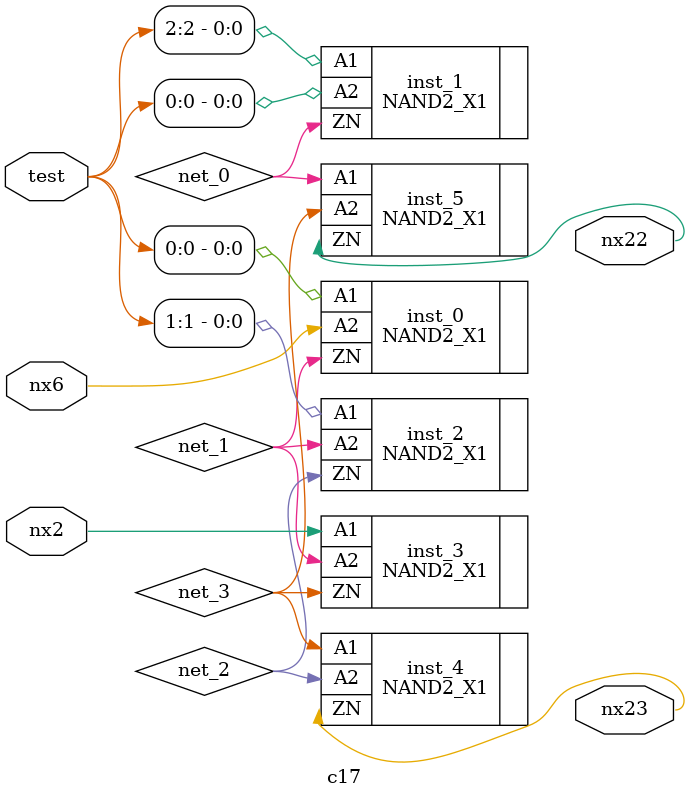
<source format=v>
module c17 (
// modify {nx1, nx7, nx3} -> [2:0] test
test,
nx2,
nx6,
nx23,
nx22);

// Start PIs
input [2:0] test;
input nx2;
input nx6;

// Start POs
output nx23;
output nx22;

// Start wires
wire net_1;
wire nx23;
wire [2:0] test;
wire net_2;
wire nx22;
wire nx6;
wire net_0;
wire net_3;
wire nx2;

// Start cells
NAND2_X1 inst_5 ( .A2(net_3), .A1(net_0), .ZN(nx22) );
NAND2_X1 inst_2 ( .ZN(net_2), .A2(net_1), .A1(test[1]) );
NAND2_X1 inst_1 ( .ZN(net_0), .A2(test[0]), .A1(test[2]) );
NAND2_X1 inst_4 ( .A1(net_3), .A2(net_2), .ZN(nx23) );
NAND2_X1 inst_3 ( .ZN(net_3), .A2(net_1), .A1(nx2) );
NAND2_X1 inst_0 ( .ZN(net_1), .A2(nx6), .A1(test[0]) );

endmodule

</source>
